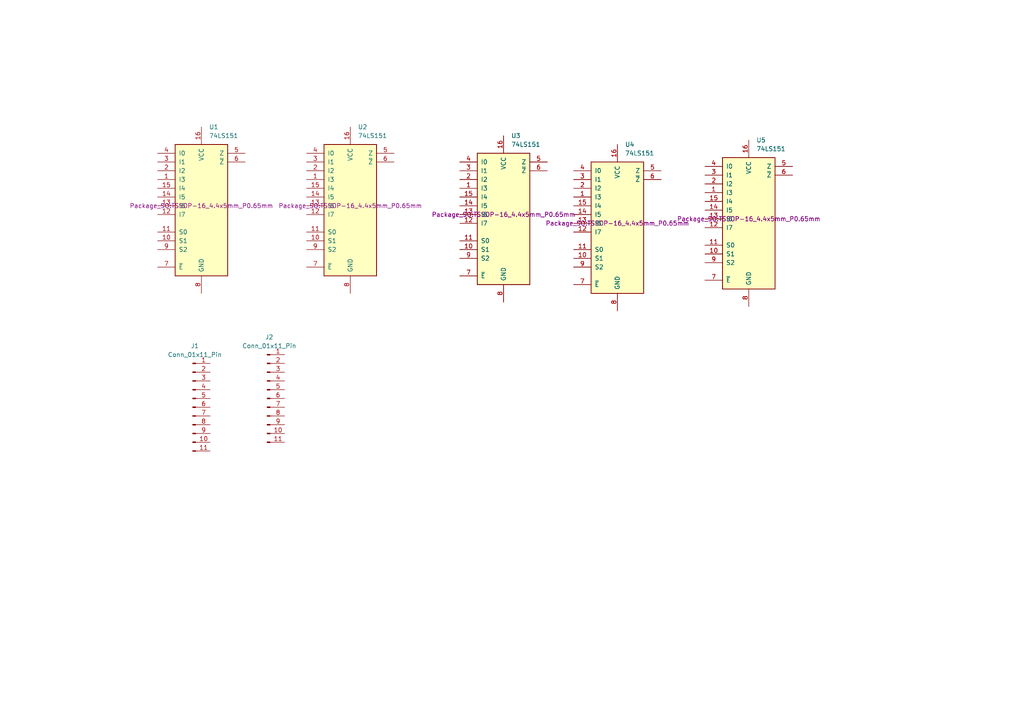
<source format=kicad_sch>
(kicad_sch (version 20231120) (generator "eeschema") (generator_version "8.0")
  (paper "A4")
  (lib_symbols
    (symbol "74xx:74LS151" (pin_names (offset 1.016))
      (property "Reference" "U" (at -7.62 19.05 0))
      (property "Value" "74LS151" (at -7.62 -21.59 0))
      (symbol "74LS151_1_0"
        (pin input line (at -12.7 7.62 0) (length 5.08) (name "I3") (number "1"))
        (pin input line (at -12.7 -10.16 0) (length 5.08) (name "S1") (number "10"))
        (pin input line (at -12.7 -7.62 0) (length 5.08) (name "S0") (number "11"))
        (pin input line (at -12.7 -2.54 0) (length 5.08) (name "I7") (number "12"))
        (pin input line (at -12.7 0 0) (length 5.08) (name "I6") (number "13"))
        (pin input line (at -12.7 2.54 0) (length 5.08) (name "I5") (number "14"))
        (pin input line (at -12.7 5.08 0) (length 5.08) (name "I4") (number "15"))
        (pin power_in line (at 0 22.86 270) (length 5.08) (name "VCC") (number "16"))
        (pin input line (at -12.7 10.16 0) (length 5.08) (name "I2") (number "2"))
        (pin input line (at -12.7 12.7 0) (length 5.08) (name "I1") (number "3"))
        (pin input line (at -12.7 15.24 0) (length 5.08) (name "I0") (number "4"))
        (pin output line (at 12.7 15.24 180) (length 5.08) (name "Z") (number "5"))
        (pin output line (at 12.7 12.7 180) (length 5.08) (name "~{Z}") (number "6"))
        (pin input line (at -12.7 -17.78 0) (length 5.08) (name "~{E}") (number "7"))
        (pin power_in line (at 0 -25.4 90) (length 5.08) (name "GND") (number "8"))
        (pin input line (at -12.7 -12.7 0) (length 5.08) (name "S2") (number "9"))
      )
      (symbol "74LS151_1_1"
        (rectangle (start -7.62 17.78) (end 7.62 -20.32) (stroke (width 0.254)) (fill (type background)))
      )
    )
    (symbol "Connector:Conn_01x11_Pin" (pin_names (offset 1.016) hide)
      (property "Reference" "J" (at 0 15.24 0))
      (property "Value" "Conn_01x11_Pin" (at 0 -15.24 0))
      (symbol "Conn_01x11_Pin_1_1"
        (polyline (pts (xy 1.27 -12.7) (xy 0.8636 -12.7)) (stroke (width 0.1524)))
        (polyline (pts (xy 1.27 -10.16) (xy 0.8636 -10.16)) (stroke (width 0.1524)))
        (polyline (pts (xy 1.27 -7.62) (xy 0.8636 -7.62)) (stroke (width 0.1524)))
        (polyline (pts (xy 1.27 -5.08) (xy 0.8636 -5.08)) (stroke (width 0.1524)))
        (polyline (pts (xy 1.27 -2.54) (xy 0.8636 -2.54)) (stroke (width 0.1524)))
        (polyline (pts (xy 1.27 0) (xy 0.8636 0)) (stroke (width 0.1524)))
        (polyline (pts (xy 1.27 2.54) (xy 0.8636 2.54)) (stroke (width 0.1524)))
        (polyline (pts (xy 1.27 5.08) (xy 0.8636 5.08)) (stroke (width 0.1524)))
        (polyline (pts (xy 1.27 7.62) (xy 0.8636 7.62)) (stroke (width 0.1524)))
        (polyline (pts (xy 1.27 10.16) (xy 0.8636 10.16)) (stroke (width 0.1524)))
        (polyline (pts (xy 1.27 12.7) (xy 0.8636 12.7)) (stroke (width 0.1524)))
        (rectangle (start 0.8636 -12.573) (end 0 -12.827) (stroke (width 0.1524)) (fill (type outline)))
        (rectangle (start 0.8636 -10.033) (end 0 -10.287) (stroke (width 0.1524)) (fill (type outline)))
        (rectangle (start 0.8636 -7.493) (end 0 -7.747) (stroke (width 0.1524)) (fill (type outline)))
        (rectangle (start 0.8636 -4.953) (end 0 -5.207) (stroke (width 0.1524)) (fill (type outline)))
        (rectangle (start 0.8636 -2.413) (end 0 -2.667) (stroke (width 0.1524)) (fill (type outline)))
        (rectangle (start 0.8636 0.127) (end 0 -0.127) (stroke (width 0.1524)) (fill (type outline)))
        (rectangle (start 0.8636 2.667) (end 0 2.413) (stroke (width 0.1524)) (fill (type outline)))
        (rectangle (start 0.8636 5.207) (end 0 4.953) (stroke (width 0.1524)) (fill (type outline)))
        (rectangle (start 0.8636 7.747) (end 0 7.493) (stroke (width 0.1524)) (fill (type outline)))
        (rectangle (start 0.8636 10.287) (end 0 10.033) (stroke (width 0.1524)) (fill (type outline)))
        (rectangle (start 0.8636 12.827) (end 0 12.573) (stroke (width 0.1524)) (fill (type outline)))
        (pin passive line (at 5.08 12.7 180) (length 3.81) (name "Pin_1") (number "1"))
        (pin passive line (at 5.08 -10.16 180) (length 3.81) (name "Pin_10") (number "10"))
        (pin passive line (at 5.08 -12.7 180) (length 3.81) (name "Pin_11") (number "11"))
        (pin passive line (at 5.08 10.16 180) (length 3.81) (name "Pin_2") (number "2"))
        (pin passive line (at 5.08 7.62 180) (length 3.81) (name "Pin_3") (number "3"))
        (pin passive line (at 5.08 5.08 180) (length 3.81) (name "Pin_4") (number "4"))
        (pin passive line (at 5.08 2.54 180) (length 3.81) (name "Pin_5") (number "5"))
        (pin passive line (at 5.08 0 180) (length 3.81) (name "Pin_6") (number "6"))
        (pin passive line (at 5.08 -2.54 180) (length 3.81) (name "Pin_7") (number "7"))
        (pin passive line (at 5.08 -5.08 180) (length 3.81) (name "Pin_8") (number "8"))
        (pin passive line (at 5.08 -7.62 180) (length 3.81) (name "Pin_9") (number "9"))
      )
    )
  )
  (symbol (lib_id "74xx:74LS151") (at 179.07 64.77 0) (unit 1)
    (property "Reference" "U4" (at 181.2641 41.91 0) (effects (justify left)))
    (property "Value" "74LS151" (at 181.2641 44.45 0) (effects (justify left)))
    (property "Footprint" "Package_SO:TSSOP-16_4.4x5mm_P0.65mm" (at 179.07 64.77 0))
    (property "Datasheet" "http://www.ti.com/lit/gpn/sn74LS151" (effects (hide yes)))
    (property "Description" "Multiplexer 8 to 1" (effects (hide yes)))
  )
  (symbol (lib_id "Connector:Conn_01x11_Pin") (at 55.88 118.11 0) (unit 1)
    (property "Reference" "J1" (at 56.515 100.33 0))
    (property "Value" "Conn_01x11_Pin" (at 56.515 102.87 0))
    (property "Footprint" "Connector_PinHeader_2.54mm:PinHeader_1x11_P2.54mm_Vertical" (effects (hide yes)))
    (property "Description" "Generic connector, single row, 01x11, script generated" (effects (hide yes)))
  )
  (symbol (lib_id "74xx:74LS151") (at 146.05 62.23 0) (unit 1)
    (property "Reference" "U3" (at 148.2441 39.37 0) (effects (justify left)))
    (property "Value" "74LS151" (at 148.2441 41.91 0) (effects (justify left)))
    (property "Footprint" "Package_SO:TSSOP-16_4.4x5mm_P0.65mm" (at 146.05 62.23 0))
    (property "Datasheet" "http://www.ti.com/lit/gpn/sn74LS151" (effects (hide yes)))
    (property "Description" "Multiplexer 8 to 1" (effects (hide yes)))
  )
  (symbol (lib_id "74xx:74LS151") (at 101.6 59.69 0) (unit 1)
    (property "Reference" "U2" (at 103.7941 36.83 0) (effects (justify left)))
    (property "Value" "74LS151" (at 103.7941 39.37 0) (effects (justify left)))
    (property "Footprint" "Package_SO:TSSOP-16_4.4x5mm_P0.65mm" (at 101.6 59.69 0))
    (property "Datasheet" "http://www.ti.com/lit/gpn/sn74LS151" (effects (hide yes)))
    (property "Description" "Multiplexer 8 to 1" (effects (hide yes)))
  )
  (symbol (lib_id "74xx:74LS151") (at 58.42 59.69 0) (unit 1)
    (property "Reference" "U1" (at 60.6141 36.83 0) (effects (justify left)))
    (property "Value" "74LS151" (at 60.6141 39.37 0) (effects (justify left)))
    (property "Footprint" "Package_SO:TSSOP-16_4.4x5mm_P0.65mm" (at 58.42 59.69 0))
    (property "Datasheet" "http://www.ti.com/lit/gpn/sn74LS151" (effects (hide yes)))
    (property "Description" "Multiplexer 8 to 1" (effects (hide yes)))
  )
  (symbol (lib_id "74xx:74LS151") (at 217.17 63.5 0) (unit 1)
    (property "Reference" "U5" (at 219.3641 40.64 0) (effects (justify left)))
    (property "Value" "74LS151" (at 219.3641 43.18 0) (effects (justify left)))
    (property "Footprint" "Package_SO:TSSOP-16_4.4x5mm_P0.65mm" (at 217.17 63.5 0))
    (property "Datasheet" "http://www.ti.com/lit/gpn/sn74LS151" (effects (hide yes)))
    (property "Description" "Multiplexer 8 to 1" (effects (hide yes)))
  )
  (symbol (lib_id "Connector:Conn_01x11_Pin") (at 77.47 115.57 0) (unit 1)
    (property "Reference" "J2" (at 78.105 97.79 0))
    (property "Value" "Conn_01x11_Pin" (at 78.105 100.33 0))
    (property "Footprint" "Connector_PinHeader_2.54mm:PinHeader_1x11_P2.54mm_Vertical" (effects (hide yes)))
    (property "Description" "Generic connector, single row, 01x11, script generated" (effects (hide yes)))
  )
)
</source>
